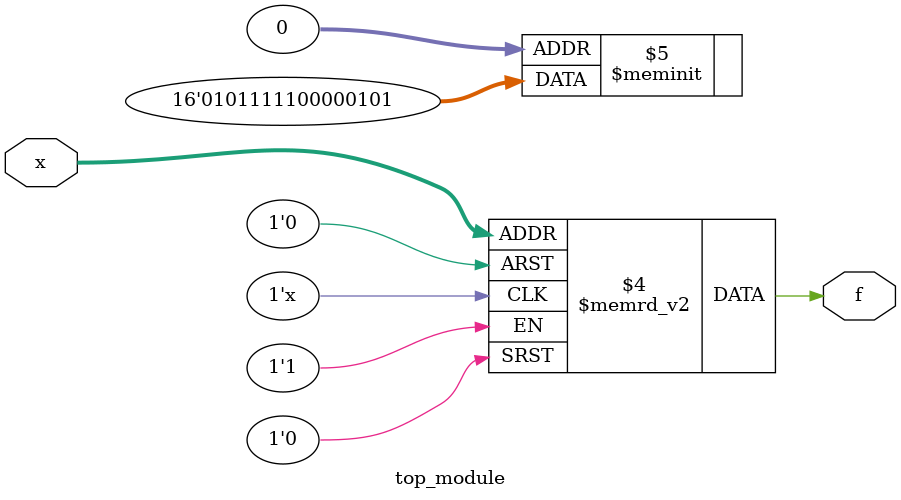
<source format=sv>
module top_module (
	input [4:1] x,
	output logic f
);

always @(*) begin
    case (x)
        4'b0000, 4'b0010, 4'b1100, 4'b1110, 4'b1011, 4'b1000, 4'b1001, 4'b1010:
            f = 1;
        default: 
            f = 0;
    endcase
end

endmodule

</source>
